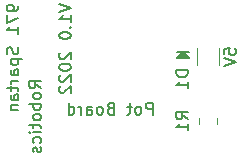
<source format=gbr>
%TF.GenerationSoftware,KiCad,Pcbnew,7.0.10-7.0.10~ubuntu22.04.1*%
%TF.CreationDate,2024-01-21T09:39:33-08:00*%
%TF.ProjectId,potentiometer_adapter,706f7465-6e74-4696-9f6d-657465725f61,rev?*%
%TF.SameCoordinates,Original*%
%TF.FileFunction,Legend,Bot*%
%TF.FilePolarity,Positive*%
%FSLAX46Y46*%
G04 Gerber Fmt 4.6, Leading zero omitted, Abs format (unit mm)*
G04 Created by KiCad (PCBNEW 7.0.10-7.0.10~ubuntu22.04.1) date 2024-01-21 09:39:33*
%MOMM*%
%LPD*%
G01*
G04 APERTURE LIST*
%ADD10C,0.150000*%
%ADD11C,0.120000*%
G04 APERTURE END LIST*
D10*
X120904000Y-77724000D02*
X119888000Y-77724000D01*
X120904000Y-78232000D02*
X119888000Y-78232000D01*
X120396000Y-77724000D01*
X120904000Y-78232000D01*
G36*
X120904000Y-78232000D02*
G01*
X119888000Y-78232000D01*
X120396000Y-77724000D01*
X120904000Y-78232000D01*
G37*
X109944819Y-73660476D02*
X110944819Y-73993809D01*
X110944819Y-73993809D02*
X109944819Y-74327142D01*
X110944819Y-75184285D02*
X110944819Y-74612857D01*
X110944819Y-74898571D02*
X109944819Y-74898571D01*
X109944819Y-74898571D02*
X110087676Y-74803333D01*
X110087676Y-74803333D02*
X110182914Y-74708095D01*
X110182914Y-74708095D02*
X110230533Y-74612857D01*
X110849580Y-75612857D02*
X110897200Y-75660476D01*
X110897200Y-75660476D02*
X110944819Y-75612857D01*
X110944819Y-75612857D02*
X110897200Y-75565238D01*
X110897200Y-75565238D02*
X110849580Y-75612857D01*
X110849580Y-75612857D02*
X110944819Y-75612857D01*
X109944819Y-76279523D02*
X109944819Y-76374761D01*
X109944819Y-76374761D02*
X109992438Y-76469999D01*
X109992438Y-76469999D02*
X110040057Y-76517618D01*
X110040057Y-76517618D02*
X110135295Y-76565237D01*
X110135295Y-76565237D02*
X110325771Y-76612856D01*
X110325771Y-76612856D02*
X110563866Y-76612856D01*
X110563866Y-76612856D02*
X110754342Y-76565237D01*
X110754342Y-76565237D02*
X110849580Y-76517618D01*
X110849580Y-76517618D02*
X110897200Y-76469999D01*
X110897200Y-76469999D02*
X110944819Y-76374761D01*
X110944819Y-76374761D02*
X110944819Y-76279523D01*
X110944819Y-76279523D02*
X110897200Y-76184285D01*
X110897200Y-76184285D02*
X110849580Y-76136666D01*
X110849580Y-76136666D02*
X110754342Y-76089047D01*
X110754342Y-76089047D02*
X110563866Y-76041428D01*
X110563866Y-76041428D02*
X110325771Y-76041428D01*
X110325771Y-76041428D02*
X110135295Y-76089047D01*
X110135295Y-76089047D02*
X110040057Y-76136666D01*
X110040057Y-76136666D02*
X109992438Y-76184285D01*
X109992438Y-76184285D02*
X109944819Y-76279523D01*
X110040057Y-77755714D02*
X109992438Y-77803333D01*
X109992438Y-77803333D02*
X109944819Y-77898571D01*
X109944819Y-77898571D02*
X109944819Y-78136666D01*
X109944819Y-78136666D02*
X109992438Y-78231904D01*
X109992438Y-78231904D02*
X110040057Y-78279523D01*
X110040057Y-78279523D02*
X110135295Y-78327142D01*
X110135295Y-78327142D02*
X110230533Y-78327142D01*
X110230533Y-78327142D02*
X110373390Y-78279523D01*
X110373390Y-78279523D02*
X110944819Y-77708095D01*
X110944819Y-77708095D02*
X110944819Y-78327142D01*
X109944819Y-78946190D02*
X109944819Y-79041428D01*
X109944819Y-79041428D02*
X109992438Y-79136666D01*
X109992438Y-79136666D02*
X110040057Y-79184285D01*
X110040057Y-79184285D02*
X110135295Y-79231904D01*
X110135295Y-79231904D02*
X110325771Y-79279523D01*
X110325771Y-79279523D02*
X110563866Y-79279523D01*
X110563866Y-79279523D02*
X110754342Y-79231904D01*
X110754342Y-79231904D02*
X110849580Y-79184285D01*
X110849580Y-79184285D02*
X110897200Y-79136666D01*
X110897200Y-79136666D02*
X110944819Y-79041428D01*
X110944819Y-79041428D02*
X110944819Y-78946190D01*
X110944819Y-78946190D02*
X110897200Y-78850952D01*
X110897200Y-78850952D02*
X110849580Y-78803333D01*
X110849580Y-78803333D02*
X110754342Y-78755714D01*
X110754342Y-78755714D02*
X110563866Y-78708095D01*
X110563866Y-78708095D02*
X110325771Y-78708095D01*
X110325771Y-78708095D02*
X110135295Y-78755714D01*
X110135295Y-78755714D02*
X110040057Y-78803333D01*
X110040057Y-78803333D02*
X109992438Y-78850952D01*
X109992438Y-78850952D02*
X109944819Y-78946190D01*
X110040057Y-79660476D02*
X109992438Y-79708095D01*
X109992438Y-79708095D02*
X109944819Y-79803333D01*
X109944819Y-79803333D02*
X109944819Y-80041428D01*
X109944819Y-80041428D02*
X109992438Y-80136666D01*
X109992438Y-80136666D02*
X110040057Y-80184285D01*
X110040057Y-80184285D02*
X110135295Y-80231904D01*
X110135295Y-80231904D02*
X110230533Y-80231904D01*
X110230533Y-80231904D02*
X110373390Y-80184285D01*
X110373390Y-80184285D02*
X110944819Y-79612857D01*
X110944819Y-79612857D02*
X110944819Y-80231904D01*
X110040057Y-80612857D02*
X109992438Y-80660476D01*
X109992438Y-80660476D02*
X109944819Y-80755714D01*
X109944819Y-80755714D02*
X109944819Y-80993809D01*
X109944819Y-80993809D02*
X109992438Y-81089047D01*
X109992438Y-81089047D02*
X110040057Y-81136666D01*
X110040057Y-81136666D02*
X110135295Y-81184285D01*
X110135295Y-81184285D02*
X110230533Y-81184285D01*
X110230533Y-81184285D02*
X110373390Y-81136666D01*
X110373390Y-81136666D02*
X110944819Y-80565238D01*
X110944819Y-80565238D02*
X110944819Y-81184285D01*
X106452200Y-77319523D02*
X106499819Y-77462380D01*
X106499819Y-77462380D02*
X106499819Y-77700475D01*
X106499819Y-77700475D02*
X106452200Y-77795713D01*
X106452200Y-77795713D02*
X106404580Y-77843332D01*
X106404580Y-77843332D02*
X106309342Y-77890951D01*
X106309342Y-77890951D02*
X106214104Y-77890951D01*
X106214104Y-77890951D02*
X106118866Y-77843332D01*
X106118866Y-77843332D02*
X106071247Y-77795713D01*
X106071247Y-77795713D02*
X106023628Y-77700475D01*
X106023628Y-77700475D02*
X105976009Y-77509999D01*
X105976009Y-77509999D02*
X105928390Y-77414761D01*
X105928390Y-77414761D02*
X105880771Y-77367142D01*
X105880771Y-77367142D02*
X105785533Y-77319523D01*
X105785533Y-77319523D02*
X105690295Y-77319523D01*
X105690295Y-77319523D02*
X105595057Y-77367142D01*
X105595057Y-77367142D02*
X105547438Y-77414761D01*
X105547438Y-77414761D02*
X105499819Y-77509999D01*
X105499819Y-77509999D02*
X105499819Y-77748094D01*
X105499819Y-77748094D02*
X105547438Y-77890951D01*
X105833152Y-78319523D02*
X106833152Y-78319523D01*
X105880771Y-78319523D02*
X105833152Y-78414761D01*
X105833152Y-78414761D02*
X105833152Y-78605237D01*
X105833152Y-78605237D02*
X105880771Y-78700475D01*
X105880771Y-78700475D02*
X105928390Y-78748094D01*
X105928390Y-78748094D02*
X106023628Y-78795713D01*
X106023628Y-78795713D02*
X106309342Y-78795713D01*
X106309342Y-78795713D02*
X106404580Y-78748094D01*
X106404580Y-78748094D02*
X106452200Y-78700475D01*
X106452200Y-78700475D02*
X106499819Y-78605237D01*
X106499819Y-78605237D02*
X106499819Y-78414761D01*
X106499819Y-78414761D02*
X106452200Y-78319523D01*
X106499819Y-79652856D02*
X105976009Y-79652856D01*
X105976009Y-79652856D02*
X105880771Y-79605237D01*
X105880771Y-79605237D02*
X105833152Y-79509999D01*
X105833152Y-79509999D02*
X105833152Y-79319523D01*
X105833152Y-79319523D02*
X105880771Y-79224285D01*
X106452200Y-79652856D02*
X106499819Y-79557618D01*
X106499819Y-79557618D02*
X106499819Y-79319523D01*
X106499819Y-79319523D02*
X106452200Y-79224285D01*
X106452200Y-79224285D02*
X106356961Y-79176666D01*
X106356961Y-79176666D02*
X106261723Y-79176666D01*
X106261723Y-79176666D02*
X106166485Y-79224285D01*
X106166485Y-79224285D02*
X106118866Y-79319523D01*
X106118866Y-79319523D02*
X106118866Y-79557618D01*
X106118866Y-79557618D02*
X106071247Y-79652856D01*
X106499819Y-80129047D02*
X105833152Y-80129047D01*
X106023628Y-80129047D02*
X105928390Y-80176666D01*
X105928390Y-80176666D02*
X105880771Y-80224285D01*
X105880771Y-80224285D02*
X105833152Y-80319523D01*
X105833152Y-80319523D02*
X105833152Y-80414761D01*
X105833152Y-80605238D02*
X105833152Y-80986190D01*
X105499819Y-80748095D02*
X106356961Y-80748095D01*
X106356961Y-80748095D02*
X106452200Y-80795714D01*
X106452200Y-80795714D02*
X106499819Y-80890952D01*
X106499819Y-80890952D02*
X106499819Y-80986190D01*
X106499819Y-81748095D02*
X105976009Y-81748095D01*
X105976009Y-81748095D02*
X105880771Y-81700476D01*
X105880771Y-81700476D02*
X105833152Y-81605238D01*
X105833152Y-81605238D02*
X105833152Y-81414762D01*
X105833152Y-81414762D02*
X105880771Y-81319524D01*
X106452200Y-81748095D02*
X106499819Y-81652857D01*
X106499819Y-81652857D02*
X106499819Y-81414762D01*
X106499819Y-81414762D02*
X106452200Y-81319524D01*
X106452200Y-81319524D02*
X106356961Y-81271905D01*
X106356961Y-81271905D02*
X106261723Y-81271905D01*
X106261723Y-81271905D02*
X106166485Y-81319524D01*
X106166485Y-81319524D02*
X106118866Y-81414762D01*
X106118866Y-81414762D02*
X106118866Y-81652857D01*
X106118866Y-81652857D02*
X106071247Y-81748095D01*
X105833152Y-82224286D02*
X106499819Y-82224286D01*
X105928390Y-82224286D02*
X105880771Y-82271905D01*
X105880771Y-82271905D02*
X105833152Y-82367143D01*
X105833152Y-82367143D02*
X105833152Y-82510000D01*
X105833152Y-82510000D02*
X105880771Y-82605238D01*
X105880771Y-82605238D02*
X105976009Y-82652857D01*
X105976009Y-82652857D02*
X106499819Y-82652857D01*
X106499819Y-73787143D02*
X106499819Y-73977619D01*
X106499819Y-73977619D02*
X106452200Y-74072857D01*
X106452200Y-74072857D02*
X106404580Y-74120476D01*
X106404580Y-74120476D02*
X106261723Y-74215714D01*
X106261723Y-74215714D02*
X106071247Y-74263333D01*
X106071247Y-74263333D02*
X105690295Y-74263333D01*
X105690295Y-74263333D02*
X105595057Y-74215714D01*
X105595057Y-74215714D02*
X105547438Y-74168095D01*
X105547438Y-74168095D02*
X105499819Y-74072857D01*
X105499819Y-74072857D02*
X105499819Y-73882381D01*
X105499819Y-73882381D02*
X105547438Y-73787143D01*
X105547438Y-73787143D02*
X105595057Y-73739524D01*
X105595057Y-73739524D02*
X105690295Y-73691905D01*
X105690295Y-73691905D02*
X105928390Y-73691905D01*
X105928390Y-73691905D02*
X106023628Y-73739524D01*
X106023628Y-73739524D02*
X106071247Y-73787143D01*
X106071247Y-73787143D02*
X106118866Y-73882381D01*
X106118866Y-73882381D02*
X106118866Y-74072857D01*
X106118866Y-74072857D02*
X106071247Y-74168095D01*
X106071247Y-74168095D02*
X106023628Y-74215714D01*
X106023628Y-74215714D02*
X105928390Y-74263333D01*
X105499819Y-74596667D02*
X105499819Y-75263333D01*
X105499819Y-75263333D02*
X106499819Y-74834762D01*
X106499819Y-76168095D02*
X106499819Y-75596667D01*
X106499819Y-75882381D02*
X105499819Y-75882381D01*
X105499819Y-75882381D02*
X105642676Y-75787143D01*
X105642676Y-75787143D02*
X105737914Y-75691905D01*
X105737914Y-75691905D02*
X105785533Y-75596667D01*
X117847619Y-83004819D02*
X117847619Y-82004819D01*
X117847619Y-82004819D02*
X117466667Y-82004819D01*
X117466667Y-82004819D02*
X117371429Y-82052438D01*
X117371429Y-82052438D02*
X117323810Y-82100057D01*
X117323810Y-82100057D02*
X117276191Y-82195295D01*
X117276191Y-82195295D02*
X117276191Y-82338152D01*
X117276191Y-82338152D02*
X117323810Y-82433390D01*
X117323810Y-82433390D02*
X117371429Y-82481009D01*
X117371429Y-82481009D02*
X117466667Y-82528628D01*
X117466667Y-82528628D02*
X117847619Y-82528628D01*
X116704762Y-83004819D02*
X116800000Y-82957200D01*
X116800000Y-82957200D02*
X116847619Y-82909580D01*
X116847619Y-82909580D02*
X116895238Y-82814342D01*
X116895238Y-82814342D02*
X116895238Y-82528628D01*
X116895238Y-82528628D02*
X116847619Y-82433390D01*
X116847619Y-82433390D02*
X116800000Y-82385771D01*
X116800000Y-82385771D02*
X116704762Y-82338152D01*
X116704762Y-82338152D02*
X116561905Y-82338152D01*
X116561905Y-82338152D02*
X116466667Y-82385771D01*
X116466667Y-82385771D02*
X116419048Y-82433390D01*
X116419048Y-82433390D02*
X116371429Y-82528628D01*
X116371429Y-82528628D02*
X116371429Y-82814342D01*
X116371429Y-82814342D02*
X116419048Y-82909580D01*
X116419048Y-82909580D02*
X116466667Y-82957200D01*
X116466667Y-82957200D02*
X116561905Y-83004819D01*
X116561905Y-83004819D02*
X116704762Y-83004819D01*
X116085714Y-82338152D02*
X115704762Y-82338152D01*
X115942857Y-82004819D02*
X115942857Y-82861961D01*
X115942857Y-82861961D02*
X115895238Y-82957200D01*
X115895238Y-82957200D02*
X115800000Y-83004819D01*
X115800000Y-83004819D02*
X115704762Y-83004819D01*
X114276190Y-82481009D02*
X114133333Y-82528628D01*
X114133333Y-82528628D02*
X114085714Y-82576247D01*
X114085714Y-82576247D02*
X114038095Y-82671485D01*
X114038095Y-82671485D02*
X114038095Y-82814342D01*
X114038095Y-82814342D02*
X114085714Y-82909580D01*
X114085714Y-82909580D02*
X114133333Y-82957200D01*
X114133333Y-82957200D02*
X114228571Y-83004819D01*
X114228571Y-83004819D02*
X114609523Y-83004819D01*
X114609523Y-83004819D02*
X114609523Y-82004819D01*
X114609523Y-82004819D02*
X114276190Y-82004819D01*
X114276190Y-82004819D02*
X114180952Y-82052438D01*
X114180952Y-82052438D02*
X114133333Y-82100057D01*
X114133333Y-82100057D02*
X114085714Y-82195295D01*
X114085714Y-82195295D02*
X114085714Y-82290533D01*
X114085714Y-82290533D02*
X114133333Y-82385771D01*
X114133333Y-82385771D02*
X114180952Y-82433390D01*
X114180952Y-82433390D02*
X114276190Y-82481009D01*
X114276190Y-82481009D02*
X114609523Y-82481009D01*
X113466666Y-83004819D02*
X113561904Y-82957200D01*
X113561904Y-82957200D02*
X113609523Y-82909580D01*
X113609523Y-82909580D02*
X113657142Y-82814342D01*
X113657142Y-82814342D02*
X113657142Y-82528628D01*
X113657142Y-82528628D02*
X113609523Y-82433390D01*
X113609523Y-82433390D02*
X113561904Y-82385771D01*
X113561904Y-82385771D02*
X113466666Y-82338152D01*
X113466666Y-82338152D02*
X113323809Y-82338152D01*
X113323809Y-82338152D02*
X113228571Y-82385771D01*
X113228571Y-82385771D02*
X113180952Y-82433390D01*
X113180952Y-82433390D02*
X113133333Y-82528628D01*
X113133333Y-82528628D02*
X113133333Y-82814342D01*
X113133333Y-82814342D02*
X113180952Y-82909580D01*
X113180952Y-82909580D02*
X113228571Y-82957200D01*
X113228571Y-82957200D02*
X113323809Y-83004819D01*
X113323809Y-83004819D02*
X113466666Y-83004819D01*
X112276190Y-83004819D02*
X112276190Y-82481009D01*
X112276190Y-82481009D02*
X112323809Y-82385771D01*
X112323809Y-82385771D02*
X112419047Y-82338152D01*
X112419047Y-82338152D02*
X112609523Y-82338152D01*
X112609523Y-82338152D02*
X112704761Y-82385771D01*
X112276190Y-82957200D02*
X112371428Y-83004819D01*
X112371428Y-83004819D02*
X112609523Y-83004819D01*
X112609523Y-83004819D02*
X112704761Y-82957200D01*
X112704761Y-82957200D02*
X112752380Y-82861961D01*
X112752380Y-82861961D02*
X112752380Y-82766723D01*
X112752380Y-82766723D02*
X112704761Y-82671485D01*
X112704761Y-82671485D02*
X112609523Y-82623866D01*
X112609523Y-82623866D02*
X112371428Y-82623866D01*
X112371428Y-82623866D02*
X112276190Y-82576247D01*
X111799999Y-83004819D02*
X111799999Y-82338152D01*
X111799999Y-82528628D02*
X111752380Y-82433390D01*
X111752380Y-82433390D02*
X111704761Y-82385771D01*
X111704761Y-82385771D02*
X111609523Y-82338152D01*
X111609523Y-82338152D02*
X111514285Y-82338152D01*
X110752380Y-83004819D02*
X110752380Y-82004819D01*
X110752380Y-82957200D02*
X110847618Y-83004819D01*
X110847618Y-83004819D02*
X111038094Y-83004819D01*
X111038094Y-83004819D02*
X111133332Y-82957200D01*
X111133332Y-82957200D02*
X111180951Y-82909580D01*
X111180951Y-82909580D02*
X111228570Y-82814342D01*
X111228570Y-82814342D02*
X111228570Y-82528628D01*
X111228570Y-82528628D02*
X111180951Y-82433390D01*
X111180951Y-82433390D02*
X111133332Y-82385771D01*
X111133332Y-82385771D02*
X111038094Y-82338152D01*
X111038094Y-82338152D02*
X110847618Y-82338152D01*
X110847618Y-82338152D02*
X110752380Y-82385771D01*
X108404819Y-80780237D02*
X107928628Y-80446904D01*
X108404819Y-80208809D02*
X107404819Y-80208809D01*
X107404819Y-80208809D02*
X107404819Y-80589761D01*
X107404819Y-80589761D02*
X107452438Y-80684999D01*
X107452438Y-80684999D02*
X107500057Y-80732618D01*
X107500057Y-80732618D02*
X107595295Y-80780237D01*
X107595295Y-80780237D02*
X107738152Y-80780237D01*
X107738152Y-80780237D02*
X107833390Y-80732618D01*
X107833390Y-80732618D02*
X107881009Y-80684999D01*
X107881009Y-80684999D02*
X107928628Y-80589761D01*
X107928628Y-80589761D02*
X107928628Y-80208809D01*
X108404819Y-81351666D02*
X108357200Y-81256428D01*
X108357200Y-81256428D02*
X108309580Y-81208809D01*
X108309580Y-81208809D02*
X108214342Y-81161190D01*
X108214342Y-81161190D02*
X107928628Y-81161190D01*
X107928628Y-81161190D02*
X107833390Y-81208809D01*
X107833390Y-81208809D02*
X107785771Y-81256428D01*
X107785771Y-81256428D02*
X107738152Y-81351666D01*
X107738152Y-81351666D02*
X107738152Y-81494523D01*
X107738152Y-81494523D02*
X107785771Y-81589761D01*
X107785771Y-81589761D02*
X107833390Y-81637380D01*
X107833390Y-81637380D02*
X107928628Y-81684999D01*
X107928628Y-81684999D02*
X108214342Y-81684999D01*
X108214342Y-81684999D02*
X108309580Y-81637380D01*
X108309580Y-81637380D02*
X108357200Y-81589761D01*
X108357200Y-81589761D02*
X108404819Y-81494523D01*
X108404819Y-81494523D02*
X108404819Y-81351666D01*
X108404819Y-82113571D02*
X107404819Y-82113571D01*
X107785771Y-82113571D02*
X107738152Y-82208809D01*
X107738152Y-82208809D02*
X107738152Y-82399285D01*
X107738152Y-82399285D02*
X107785771Y-82494523D01*
X107785771Y-82494523D02*
X107833390Y-82542142D01*
X107833390Y-82542142D02*
X107928628Y-82589761D01*
X107928628Y-82589761D02*
X108214342Y-82589761D01*
X108214342Y-82589761D02*
X108309580Y-82542142D01*
X108309580Y-82542142D02*
X108357200Y-82494523D01*
X108357200Y-82494523D02*
X108404819Y-82399285D01*
X108404819Y-82399285D02*
X108404819Y-82208809D01*
X108404819Y-82208809D02*
X108357200Y-82113571D01*
X108404819Y-83161190D02*
X108357200Y-83065952D01*
X108357200Y-83065952D02*
X108309580Y-83018333D01*
X108309580Y-83018333D02*
X108214342Y-82970714D01*
X108214342Y-82970714D02*
X107928628Y-82970714D01*
X107928628Y-82970714D02*
X107833390Y-83018333D01*
X107833390Y-83018333D02*
X107785771Y-83065952D01*
X107785771Y-83065952D02*
X107738152Y-83161190D01*
X107738152Y-83161190D02*
X107738152Y-83304047D01*
X107738152Y-83304047D02*
X107785771Y-83399285D01*
X107785771Y-83399285D02*
X107833390Y-83446904D01*
X107833390Y-83446904D02*
X107928628Y-83494523D01*
X107928628Y-83494523D02*
X108214342Y-83494523D01*
X108214342Y-83494523D02*
X108309580Y-83446904D01*
X108309580Y-83446904D02*
X108357200Y-83399285D01*
X108357200Y-83399285D02*
X108404819Y-83304047D01*
X108404819Y-83304047D02*
X108404819Y-83161190D01*
X107738152Y-83780238D02*
X107738152Y-84161190D01*
X107404819Y-83923095D02*
X108261961Y-83923095D01*
X108261961Y-83923095D02*
X108357200Y-83970714D01*
X108357200Y-83970714D02*
X108404819Y-84065952D01*
X108404819Y-84065952D02*
X108404819Y-84161190D01*
X108404819Y-84494524D02*
X107738152Y-84494524D01*
X107404819Y-84494524D02*
X107452438Y-84446905D01*
X107452438Y-84446905D02*
X107500057Y-84494524D01*
X107500057Y-84494524D02*
X107452438Y-84542143D01*
X107452438Y-84542143D02*
X107404819Y-84494524D01*
X107404819Y-84494524D02*
X107500057Y-84494524D01*
X108357200Y-85399285D02*
X108404819Y-85304047D01*
X108404819Y-85304047D02*
X108404819Y-85113571D01*
X108404819Y-85113571D02*
X108357200Y-85018333D01*
X108357200Y-85018333D02*
X108309580Y-84970714D01*
X108309580Y-84970714D02*
X108214342Y-84923095D01*
X108214342Y-84923095D02*
X107928628Y-84923095D01*
X107928628Y-84923095D02*
X107833390Y-84970714D01*
X107833390Y-84970714D02*
X107785771Y-85018333D01*
X107785771Y-85018333D02*
X107738152Y-85113571D01*
X107738152Y-85113571D02*
X107738152Y-85304047D01*
X107738152Y-85304047D02*
X107785771Y-85399285D01*
X108357200Y-85780238D02*
X108404819Y-85875476D01*
X108404819Y-85875476D02*
X108404819Y-86065952D01*
X108404819Y-86065952D02*
X108357200Y-86161190D01*
X108357200Y-86161190D02*
X108261961Y-86208809D01*
X108261961Y-86208809D02*
X108214342Y-86208809D01*
X108214342Y-86208809D02*
X108119104Y-86161190D01*
X108119104Y-86161190D02*
X108071485Y-86065952D01*
X108071485Y-86065952D02*
X108071485Y-85923095D01*
X108071485Y-85923095D02*
X108023866Y-85827857D01*
X108023866Y-85827857D02*
X107928628Y-85780238D01*
X107928628Y-85780238D02*
X107881009Y-85780238D01*
X107881009Y-85780238D02*
X107785771Y-85827857D01*
X107785771Y-85827857D02*
X107738152Y-85923095D01*
X107738152Y-85923095D02*
X107738152Y-86065952D01*
X107738152Y-86065952D02*
X107785771Y-86161190D01*
X120850819Y-83399333D02*
X120374628Y-83066000D01*
X120850819Y-82827905D02*
X119850819Y-82827905D01*
X119850819Y-82827905D02*
X119850819Y-83208857D01*
X119850819Y-83208857D02*
X119898438Y-83304095D01*
X119898438Y-83304095D02*
X119946057Y-83351714D01*
X119946057Y-83351714D02*
X120041295Y-83399333D01*
X120041295Y-83399333D02*
X120184152Y-83399333D01*
X120184152Y-83399333D02*
X120279390Y-83351714D01*
X120279390Y-83351714D02*
X120327009Y-83304095D01*
X120327009Y-83304095D02*
X120374628Y-83208857D01*
X120374628Y-83208857D02*
X120374628Y-82827905D01*
X120850819Y-84351714D02*
X120850819Y-83780286D01*
X120850819Y-84066000D02*
X119850819Y-84066000D01*
X119850819Y-84066000D02*
X119993676Y-83970762D01*
X119993676Y-83970762D02*
X120088914Y-83875524D01*
X120088914Y-83875524D02*
X120136533Y-83780286D01*
X120850819Y-79271905D02*
X119850819Y-79271905D01*
X119850819Y-79271905D02*
X119850819Y-79510000D01*
X119850819Y-79510000D02*
X119898438Y-79652857D01*
X119898438Y-79652857D02*
X119993676Y-79748095D01*
X119993676Y-79748095D02*
X120088914Y-79795714D01*
X120088914Y-79795714D02*
X120279390Y-79843333D01*
X120279390Y-79843333D02*
X120422247Y-79843333D01*
X120422247Y-79843333D02*
X120612723Y-79795714D01*
X120612723Y-79795714D02*
X120707961Y-79748095D01*
X120707961Y-79748095D02*
X120803200Y-79652857D01*
X120803200Y-79652857D02*
X120850819Y-79510000D01*
X120850819Y-79510000D02*
X120850819Y-79271905D01*
X120850819Y-80795714D02*
X120850819Y-80224286D01*
X120850819Y-80510000D02*
X119850819Y-80510000D01*
X119850819Y-80510000D02*
X119993676Y-80414762D01*
X119993676Y-80414762D02*
X120088914Y-80319524D01*
X120088914Y-80319524D02*
X120136533Y-80224286D01*
X123914819Y-77914523D02*
X123914819Y-77438333D01*
X123914819Y-77438333D02*
X124391009Y-77390714D01*
X124391009Y-77390714D02*
X124343390Y-77438333D01*
X124343390Y-77438333D02*
X124295771Y-77533571D01*
X124295771Y-77533571D02*
X124295771Y-77771666D01*
X124295771Y-77771666D02*
X124343390Y-77866904D01*
X124343390Y-77866904D02*
X124391009Y-77914523D01*
X124391009Y-77914523D02*
X124486247Y-77962142D01*
X124486247Y-77962142D02*
X124724342Y-77962142D01*
X124724342Y-77962142D02*
X124819580Y-77914523D01*
X124819580Y-77914523D02*
X124867200Y-77866904D01*
X124867200Y-77866904D02*
X124914819Y-77771666D01*
X124914819Y-77771666D02*
X124914819Y-77533571D01*
X124914819Y-77533571D02*
X124867200Y-77438333D01*
X124867200Y-77438333D02*
X124819580Y-77390714D01*
X123914819Y-78247857D02*
X124914819Y-78581190D01*
X124914819Y-78581190D02*
X123914819Y-78914523D01*
D11*
%TO.C,R1*%
X121820000Y-83769564D02*
X121820000Y-83315436D01*
X123290000Y-83769564D02*
X123290000Y-83315436D01*
%TO.C,D1*%
X123465000Y-77377936D02*
X123465000Y-78832064D01*
X121645000Y-77377936D02*
X121645000Y-78832064D01*
%TD*%
M02*

</source>
